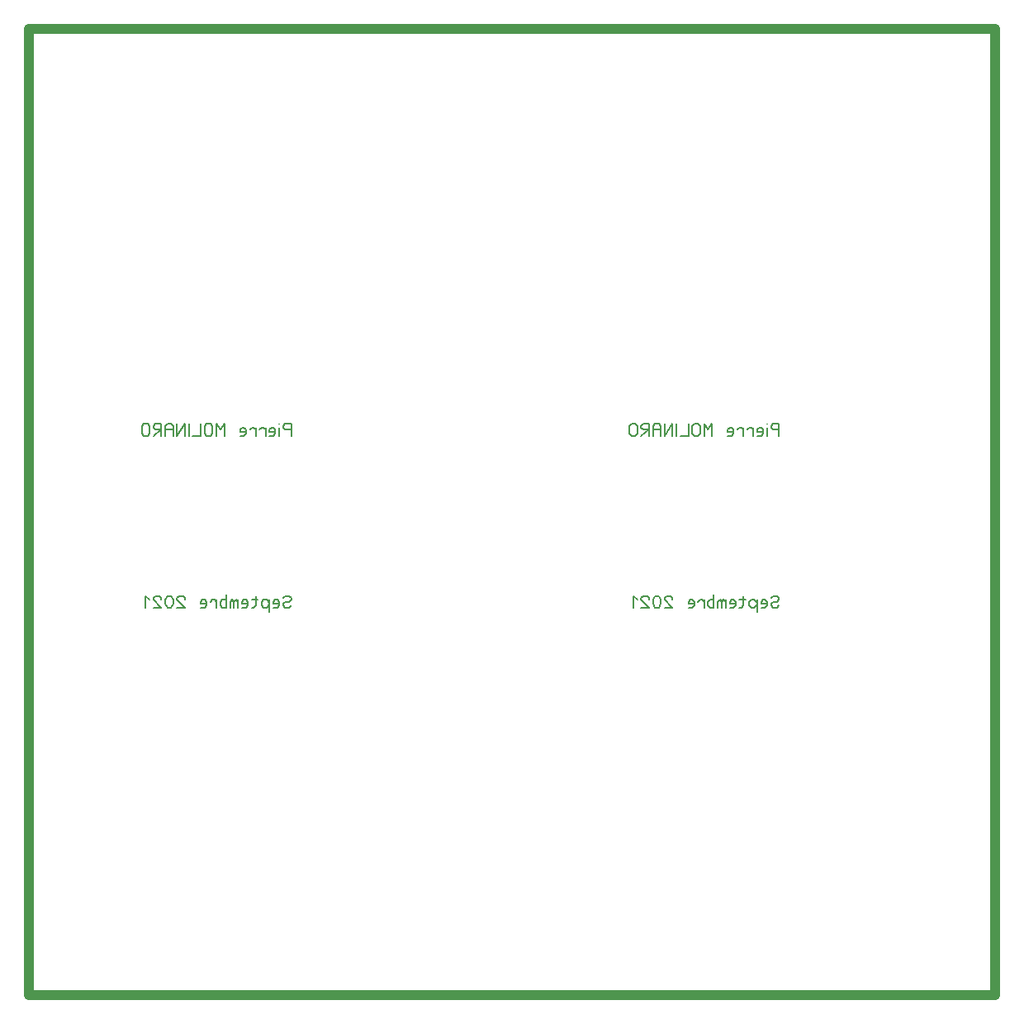
<source format=gbo>
%FSLAX24Y24*%
%MOIN*%
%ADD10C,0.0079*%
%ADD11C,0.0394*%
D10*
G01X10766Y15901D02*
X10687Y15821D01*
X10528Y15821D01*
X10448Y15901D01*
X10448Y15980D01*
X10528Y16060D01*
X10687Y16060D01*
X10528Y16298D02*
X10448Y16218D01*
X10687Y16298D02*
X10528Y16298D01*
X10766Y16218D02*
X10687Y16298D01*
X10766Y16139D02*
X10766Y16218D01*
X10687Y16060D02*
X10766Y16139D01*
X10290Y15980D02*
X10052Y15980D01*
X10052Y16060D01*
X10131Y16139D01*
X10210Y16139D01*
X10290Y16060D01*
X10290Y15901D01*
X10210Y15821D01*
X10052Y15821D01*
X9893Y15663D02*
X9893Y16139D01*
X9893Y16020D02*
X9774Y16139D01*
X9655Y16139D01*
X9575Y16060D01*
X9575Y15901D01*
X9655Y15821D01*
X9774Y15821D01*
X9893Y15940D01*
X9417Y16139D02*
X9179Y16139D01*
X9337Y16298D02*
X9337Y15901D01*
X9258Y15821D01*
X9179Y15821D01*
X9020Y15980D02*
X8782Y15980D01*
X8782Y16060D01*
X8861Y16139D01*
X8940Y16139D01*
X9020Y16060D01*
X9020Y15901D01*
X8940Y15821D01*
X8782Y15821D01*
X8623Y15821D02*
X8623Y16139D01*
X8623Y16060D02*
X8544Y16139D01*
X8464Y16060D01*
X8464Y15821D01*
X8464Y16060D02*
X8385Y16139D01*
X8306Y16060D01*
X8306Y15821D01*
X8147Y15821D02*
X8147Y16337D01*
X8147Y16139D02*
X7988Y16139D01*
X7909Y16060D01*
X7909Y15901D01*
X7988Y15821D01*
X8147Y15821D01*
X7750Y15821D02*
X7750Y16139D01*
X7750Y16060D02*
X7671Y16139D01*
X7591Y16139D01*
X7512Y16060D01*
X7353Y15980D02*
X7115Y15980D01*
X7115Y16060D01*
X7194Y16139D01*
X7274Y16139D01*
X7353Y16060D01*
X7353Y15901D01*
X7274Y15821D01*
X7115Y15821D01*
X6480Y16139D02*
X6480Y16218D01*
X6401Y16298D01*
X6242Y16298D01*
X6163Y16218D01*
X6163Y16139D01*
X6480Y15821D01*
X6163Y15821D01*
X5925Y15821D02*
X6004Y15980D01*
X6004Y16139D01*
X5925Y16298D01*
X5766Y16298D01*
X5687Y16139D01*
X5687Y15980D01*
X5766Y15821D01*
X5925Y15821D01*
X5528Y16139D02*
X5528Y16218D01*
X5448Y16298D01*
X5290Y16298D01*
X5210Y16218D01*
X5210Y16139D01*
X5528Y15821D01*
X5210Y15821D01*
X4893Y15821D02*
X4893Y16298D01*
X5052Y16139D01*
X10766Y22762D02*
X10766Y23238D01*
X10528Y23238D01*
X10448Y23159D01*
X10448Y23079D01*
X10528Y23000D01*
X10766Y23000D01*
X10290Y22762D02*
X10290Y23079D01*
X10290Y23238D02*
X10290Y23238D01*
X10131Y22921D02*
X9893Y22921D01*
X9893Y23000D01*
X9972Y23079D01*
X10052Y23079D01*
X10131Y23000D01*
X10131Y22841D01*
X10052Y22762D01*
X9893Y22762D01*
X9734Y22762D02*
X9734Y23079D01*
X9734Y23000D02*
X9655Y23079D01*
X9575Y23079D01*
X9496Y23000D01*
X9337Y22762D02*
X9337Y23079D01*
X9337Y23000D02*
X9258Y23079D01*
X9179Y23079D01*
X9099Y23000D01*
X8940Y22921D02*
X8702Y22921D01*
X8702Y23000D01*
X8782Y23079D01*
X8861Y23079D01*
X8940Y23000D01*
X8940Y22841D01*
X8861Y22762D01*
X8702Y22762D01*
X8067Y22762D02*
X8067Y23238D01*
X7909Y23000D01*
X7750Y23238D01*
X7750Y22762D01*
X7591Y22841D02*
X7591Y23159D01*
X7512Y23238D01*
X7353Y23238D01*
X7274Y23159D01*
X7274Y22841D01*
X7353Y22762D01*
X7512Y22762D01*
X7591Y22841D01*
X7115Y23238D02*
X7115Y22762D01*
X6798Y22762D01*
X6639Y22762D02*
X6639Y23238D01*
X6480Y22762D02*
X6480Y23238D01*
X6163Y22762D01*
X6163Y23238D01*
X6004Y22762D02*
X6004Y23159D01*
X5925Y23238D01*
X5766Y23238D01*
X5687Y23159D01*
X5687Y22762D01*
X6004Y23000D02*
X5687Y23000D01*
X5528Y22762D02*
X5528Y23238D01*
X5290Y23238D01*
X5210Y23159D01*
X5210Y23079D01*
X5290Y23000D01*
X5528Y23000D01*
X5210Y22762D01*
X5052Y22841D02*
X5052Y23159D01*
X4972Y23238D01*
X4813Y23238D01*
X4734Y23159D01*
X4734Y22841D01*
X4813Y22762D01*
X4972Y22762D01*
X5052Y22841D01*
X30451Y15901D02*
X30372Y15821D01*
X30213Y15821D01*
X30133Y15901D01*
X30133Y15980D01*
X30213Y16060D01*
X30372Y16060D01*
X30213Y16298D02*
X30133Y16218D01*
X30372Y16298D02*
X30213Y16298D01*
X30451Y16218D02*
X30372Y16298D01*
X30451Y16139D02*
X30451Y16218D01*
X30372Y16060D02*
X30451Y16139D01*
X29975Y15980D02*
X29737Y15980D01*
X29737Y16060D01*
X29816Y16139D01*
X29895Y16139D01*
X29975Y16060D01*
X29975Y15901D01*
X29895Y15821D01*
X29737Y15821D01*
X29578Y15663D02*
X29578Y16139D01*
X29578Y16020D02*
X29459Y16139D01*
X29340Y16139D01*
X29260Y16060D01*
X29260Y15901D01*
X29340Y15821D01*
X29459Y15821D01*
X29578Y15940D01*
X29102Y16139D02*
X28864Y16139D01*
X29022Y16298D02*
X29022Y15901D01*
X28943Y15821D01*
X28864Y15821D01*
X28705Y15980D02*
X28467Y15980D01*
X28467Y16060D01*
X28546Y16139D01*
X28626Y16139D01*
X28705Y16060D01*
X28705Y15901D01*
X28626Y15821D01*
X28467Y15821D01*
X28308Y15821D02*
X28308Y16139D01*
X28308Y16060D02*
X28229Y16139D01*
X28149Y16060D01*
X28149Y15821D01*
X28149Y16060D02*
X28070Y16139D01*
X27991Y16060D01*
X27991Y15821D01*
X27832Y15821D02*
X27832Y16337D01*
X27832Y16139D02*
X27673Y16139D01*
X27594Y16060D01*
X27594Y15901D01*
X27673Y15821D01*
X27832Y15821D01*
X27435Y15821D02*
X27435Y16139D01*
X27435Y16060D02*
X27356Y16139D01*
X27276Y16139D01*
X27197Y16060D01*
X27038Y15980D02*
X26800Y15980D01*
X26800Y16060D01*
X26879Y16139D01*
X26959Y16139D01*
X27038Y16060D01*
X27038Y15901D01*
X26959Y15821D01*
X26800Y15821D01*
X26165Y16139D02*
X26165Y16218D01*
X26086Y16298D01*
X25927Y16298D01*
X25848Y16218D01*
X25848Y16139D01*
X26165Y15821D01*
X25848Y15821D01*
X25610Y15821D02*
X25689Y15980D01*
X25689Y16139D01*
X25610Y16298D01*
X25451Y16298D01*
X25372Y16139D01*
X25372Y15980D01*
X25451Y15821D01*
X25610Y15821D01*
X25213Y16139D02*
X25213Y16218D01*
X25133Y16298D01*
X24975Y16298D01*
X24895Y16218D01*
X24895Y16139D01*
X25213Y15821D01*
X24895Y15821D01*
X24578Y15821D02*
X24578Y16298D01*
X24737Y16139D01*
X30451Y22762D02*
X30451Y23238D01*
X30213Y23238D01*
X30133Y23159D01*
X30133Y23079D01*
X30213Y23000D01*
X30451Y23000D01*
X29975Y22762D02*
X29975Y23079D01*
X29975Y23238D02*
X29975Y23238D01*
X29816Y22921D02*
X29578Y22921D01*
X29578Y23000D01*
X29657Y23079D01*
X29737Y23079D01*
X29816Y23000D01*
X29816Y22841D01*
X29737Y22762D01*
X29578Y22762D01*
X29419Y22762D02*
X29419Y23079D01*
X29419Y23000D02*
X29340Y23079D01*
X29260Y23079D01*
X29181Y23000D01*
X29022Y22762D02*
X29022Y23079D01*
X29022Y23000D02*
X28943Y23079D01*
X28864Y23079D01*
X28784Y23000D01*
X28626Y22921D02*
X28387Y22921D01*
X28387Y23000D01*
X28467Y23079D01*
X28546Y23079D01*
X28626Y23000D01*
X28626Y22841D01*
X28546Y22762D01*
X28387Y22762D01*
X27752Y22762D02*
X27752Y23238D01*
X27594Y23000D01*
X27435Y23238D01*
X27435Y22762D01*
X27276Y22841D02*
X27276Y23159D01*
X27197Y23238D01*
X27038Y23238D01*
X26959Y23159D01*
X26959Y22841D01*
X27038Y22762D01*
X27197Y22762D01*
X27276Y22841D01*
X26800Y23238D02*
X26800Y22762D01*
X26483Y22762D01*
X26324Y22762D02*
X26324Y23238D01*
X26165Y22762D02*
X26165Y23238D01*
X25848Y22762D01*
X25848Y23238D01*
X25689Y22762D02*
X25689Y23159D01*
X25610Y23238D01*
X25451Y23238D01*
X25372Y23159D01*
X25372Y22762D01*
X25689Y23000D02*
X25372Y23000D01*
X25213Y22762D02*
X25213Y23238D01*
X24975Y23238D01*
X24895Y23159D01*
X24895Y23079D01*
X24975Y23000D01*
X25213Y23000D01*
X24895Y22762D01*
X24737Y22841D02*
X24737Y23159D01*
X24657Y23238D01*
X24499Y23238D01*
X24419Y23159D01*
X24419Y22841D01*
X24499Y22762D01*
X24657Y22762D01*
X24737Y22841D01*
D11*
G01X197Y197D02*
X197Y39173D01*
X39173Y39173D01*
X39173Y197D01*
X197Y197D01*
M02*

</source>
